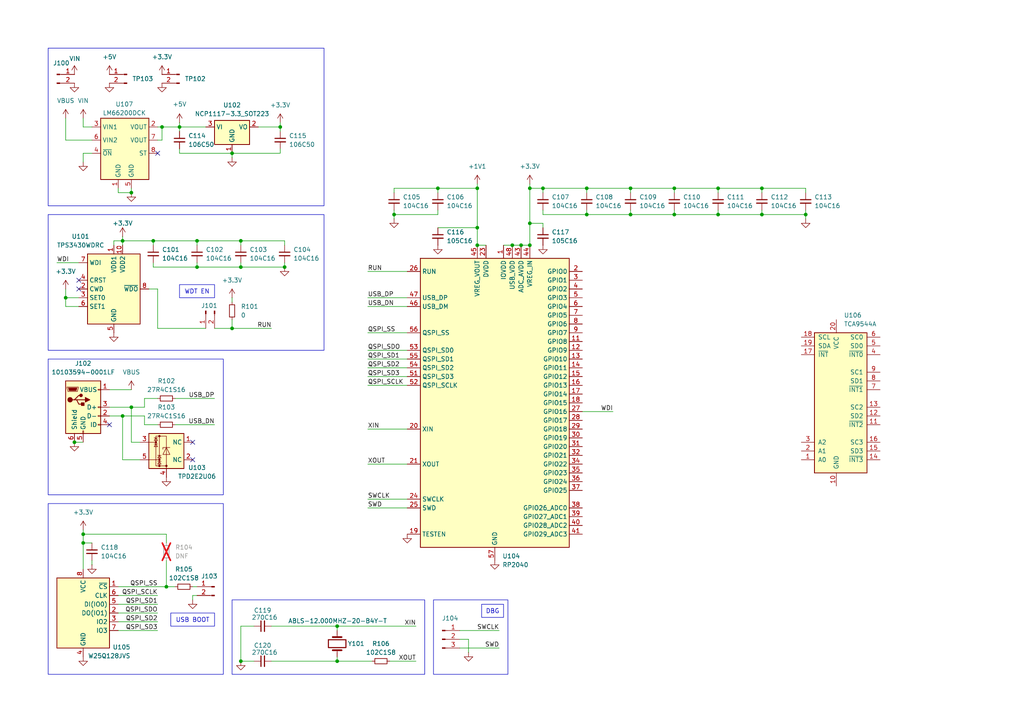
<source format=kicad_sch>
(kicad_sch (version 20231120) (generator "eeschema") (generator_version "8.0")
  (paper "A4")
  (lib_symbols
    (symbol "00_Make:LM66100DCK"
      (property "Reference" "U" (at 2.54 6.096 0))
      (property "Value" "LM66200DCK" (at 2.54 4.064 0))
      (symbol "LM66100DCK_1_1"
        (pin power_in line (at 7.62 -17.78 90) (length 2.54) (name "GND") (number "1"))
        (pin power_out line (at 19.05 0 180) (length 2.54) (name "VOUT") (number "2"))
        (pin power_in line (at 0 0 0) (length 2.54) (name "VIN1") (number "3"))
        (pin passive line (at 0 -7.62 0) (length 2.54) (name "~{ON}") (number "4"))
        (pin power_in line (at 11.43 -17.78 90) (length 2.54) (name "GND") (number "5"))
        (pin power_in line (at 0 -3.81 0) (length 2.54) (name "VIN2") (number "6"))
        (pin power_out line (at 19.05 -3.81 180) (length 2.54) (name "VOUT") (number "7"))
        (pin open_collector line (at 19.05 -7.62 180) (length 2.54) (name "ST") (number "8"))
      )
    )
    (symbol "Connector:Conn_01x02_Pin" (pin_names (offset 1.016) hide)
      (property "Reference" "J" (at 0 2.54 0))
      (property "Value" "Conn_01x02_Pin" (at 0 -5.08 0))
      (symbol "Conn_01x02_Pin_1_1"
        (pin passive line (at 5.08 0 180) (length 3.81) (name "Pin_1") (number "1"))
        (pin passive line (at 5.08 -2.54 180) (length 3.81) (name "Pin_2") (number "2"))
      )
    )
    (symbol "Connector:Conn_01x03_Pin" (pin_names (offset 1.016) hide)
      (property "Reference" "J" (at 0 5.08 0))
      (property "Value" "Conn_01x03_Pin" (at 0 -5.08 0))
      (symbol "Conn_01x03_Pin_1_1"
        (pin passive line (at 5.08 2.54 180) (length 3.81) (name "Pin_1") (number "1"))
        (pin passive line (at 5.08 0 180) (length 3.81) (name "Pin_2") (number "2"))
        (pin passive line (at 5.08 -2.54 180) (length 3.81) (name "Pin_3") (number "3"))
      )
    )
    (symbol "Connector:USB_B_Micro" (pin_names (offset 1.016))
      (property "Reference" "J" (at -5.08 11.43 0))
      (property "Value" "USB_B_Micro" (at -5.08 8.89 0))
      (symbol "USB_B_Micro_1_1"
        (pin power_out line (at 7.62 5.08 180) (length 2.54) (name "VBUS") (number "1"))
        (pin bidirectional line (at 7.62 -2.54 180) (length 2.54) (name "D-") (number "2"))
        (pin bidirectional line (at 7.62 0 180) (length 2.54) (name "D+") (number "3"))
        (pin passive line (at 7.62 -5.08 180) (length 2.54) (name "ID") (number "4"))
        (pin power_out line (at 0 -10.16 90) (length 2.54) (name "GND") (number "5"))
        (pin passive line (at -2.54 -10.16 90) (length 2.54) (name "Shield") (number "6"))
      )
    )
    (symbol "Device:C_Small" (pin_numbers hide) (pin_names (offset 0.254) hide)
      (property "Reference" "C" (at 0.254 1.778 0))
      (property "Value" "C_Small" (at 0.254 -2.032 0))
      (symbol "C_Small_1_1"
        (pin passive line (at 0 2.54 270) (length 2.032) (name "~") (number "1"))
        (pin passive line (at 0 -2.54 90) (length 2.032) (name "~") (number "2"))
      )
    )
    (symbol "Device:Crystal" (pin_numbers hide) (pin_names (offset 1.016) hide)
      (property "Reference" "Y" (at 0 3.81 0))
      (property "Value" "Crystal" (at 0 -3.81 0))
      (symbol "Crystal_1_1"
        (pin passive line (at -3.81 0 0) (length 1.27) (name "1") (number "1"))
        (pin passive line (at 3.81 0 180) (length 1.27) (name "2") (number "2"))
      )
    )
    (symbol "Device:R_Small" (pin_numbers hide) (pin_names (offset 0.254) hide)
      (property "Reference" "R" (at 0.762 0.508 0))
      (property "Value" "R_Small" (at 0.762 -1.016 0))
      (symbol "R_Small_1_1"
        (pin passive line (at 0 2.54 270) (length 0.762) (name "~") (number "1"))
        (pin passive line (at 0 -2.54 90) (length 0.762) (name "~") (number "2"))
      )
    )
    (symbol "Interface_Expansion:TCA9544A" (pin_names (offset 1.016))
      (property "Reference" "U" (at -5.08 20.32 0))
      (property "Value" "TCA9544A" (at 2.54 20.32 0))
      (symbol "TCA9544A_1_1"
        (pin input line (at -10.16 -17.78 0) (length 3.81) (name "A0") (number "1"))
        (pin power_in line (at 0 -25.4 90) (length 3.81) (name "GND") (number "10"))
        (pin input line (at 12.7 -7.62 180) (length 3.81) (name "~{INT2}") (number "11"))
        (pin bidirectional line (at 12.7 -5.08 180) (length 3.81) (name "SD2") (number "12"))
        (pin bidirectional line (at 12.7 -2.54 180) (length 3.81) (name "SC2") (number "13"))
        (pin input line (at 12.7 -17.78 180) (length 3.81) (name "~{INT3}") (number "14"))
        (pin bidirectional line (at 12.7 -15.24 180) (length 3.81) (name "SD3") (number "15"))
        (pin bidirectional line (at 12.7 -12.7 180) (length 3.81) (name "SC3") (number "16"))
        (pin open_collector line (at -10.16 12.7 0) (length 3.81) (name "~{INT}") (number "17"))
        (pin bidirectional line (at -10.16 17.78 0) (length 3.81) (name "SCL") (number "18"))
        (pin bidirectional line (at -10.16 15.24 0) (length 3.81) (name "SDA") (number "19"))
        (pin input line (at -10.16 -15.24 0) (length 3.81) (name "A1") (number "2"))
        (pin power_in line (at 0 22.86 270) (length 3.81) (name "VCC") (number "20"))
        (pin input line (at -10.16 -12.7 0) (length 3.81) (name "A2") (number "3"))
        (pin input line (at 12.7 12.7 180) (length 3.81) (name "~{INT0}") (number "4"))
        (pin bidirectional line (at 12.7 15.24 180) (length 3.81) (name "SD0") (number "5"))
        (pin bidirectional line (at 12.7 17.78 180) (length 3.81) (name "SC0") (number "6"))
        (pin input line (at 12.7 2.54 180) (length 3.81) (name "~{INT1}") (number "7"))
        (pin bidirectional line (at 12.7 5.08 180) (length 3.81) (name "SD1") (number "8"))
        (pin bidirectional line (at 12.7 7.62 180) (length 3.81) (name "SC1") (number "9"))
      )
    )
    (symbol "MCU_RaspberryPi:RP2040"
      (property "Reference" "U" (at 17.78 45.72 0))
      (property "Value" "RP2040" (at 17.78 43.18 0))
      (symbol "RP2040_1_1"
        (pin power_in line (at 2.54 45.72 270) (length 3.81) (name "IOVDD") (number "1"))
        (pin passive line (at 2.54 45.72 270) (length 3.81) hide (name "IOVDD") (number "10"))
        (pin bidirectional line (at 25.4 17.78 180) (length 3.81) (name "GPIO8") (number "11"))
        (pin bidirectional line (at 25.4 15.24 180) (length 3.81) (name "GPIO9") (number "12"))
        (pin bidirectional line (at 25.4 12.7 180) (length 3.81) (name "GPIO10") (number "13"))
        (pin bidirectional line (at 25.4 10.16 180) (length 3.81) (name "GPIO11") (number "14"))
        (pin bidirectional line (at 25.4 7.62 180) (length 3.81) (name "GPIO12") (number "15"))
        (pin bidirectional line (at 25.4 5.08 180) (length 3.81) (name "GPIO13") (number "16"))
        (pin bidirectional line (at 25.4 2.54 180) (length 3.81) (name "GPIO14") (number "17"))
        (pin bidirectional line (at 25.4 0 180) (length 3.81) (name "GPIO15") (number "18"))
        (pin input line (at -25.4 -38.1 0) (length 3.81) (name "TESTEN") (number "19"))
        (pin bidirectional line (at 25.4 38.1 180) (length 3.81) (name "GPIO0") (number "2"))
        (pin input line (at -25.4 -7.62 0) (length 3.81) (name "XIN") (number "20"))
        (pin passive line (at -25.4 -17.78 0) (length 3.81) (name "XOUT") (number "21"))
        (pin passive line (at 2.54 45.72 270) (length 3.81) hide (name "IOVDD") (number "22"))
        (pin power_in line (at -2.54 45.72 270) (length 3.81) (name "DVDD") (number "23"))
        (pin input line (at -25.4 -27.94 0) (length 3.81) (name "SWCLK") (number "24"))
        (pin bidirectional line (at -25.4 -30.48 0) (length 3.81) (name "SWD") (number "25"))
        (pin input line (at -25.4 38.1 0) (length 3.81) (name "RUN") (number "26"))
        (pin bidirectional line (at 25.4 -2.54 180) (length 3.81) (name "GPIO16") (number "27"))
        (pin bidirectional line (at 25.4 -5.08 180) (length 3.81) (name "GPIO17") (number "28"))
        (pin bidirectional line (at 25.4 -7.62 180) (length 3.81) (name "GPIO18") (number "29"))
        (pin bidirectional line (at 25.4 35.56 180) (length 3.81) (name "GPIO1") (number "3"))
        (pin bidirectional line (at 25.4 -10.16 180) (length 3.81) (name "GPIO19") (number "30"))
        (pin bidirectional line (at 25.4 -12.7 180) (length 3.81) (name "GPIO20") (number "31"))
        (pin bidirectional line (at 25.4 -15.24 180) (length 3.81) (name "GPIO21") (number "32"))
        (pin passive line (at 2.54 45.72 270) (length 3.81) hide (name "IOVDD") (number "33"))
        (pin bidirectional line (at 25.4 -17.78 180) (length 3.81) (name "GPIO22") (number "34"))
        (pin bidirectional line (at 25.4 -20.32 180) (length 3.81) (name "GPIO23") (number "35"))
        (pin bidirectional line (at 25.4 -22.86 180) (length 3.81) (name "GPIO24") (number "36"))
        (pin bidirectional line (at 25.4 -25.4 180) (length 3.81) (name "GPIO25") (number "37"))
        (pin bidirectional line (at 25.4 -30.48 180) (length 3.81) (name "GPIO26_ADC0") (number "38"))
        (pin bidirectional line (at 25.4 -33.02 180) (length 3.81) (name "GPIO27_ADC1") (number "39"))
        (pin bidirectional line (at 25.4 33.02 180) (length 3.81) (name "GPIO2") (number "4"))
        (pin bidirectional line (at 25.4 -35.56 180) (length 3.81) (name "GPIO28_ADC2") (number "40"))
        (pin bidirectional line (at 25.4 -38.1 180) (length 3.81) (name "GPIO29_ADC3") (number "41"))
        (pin passive line (at 2.54 45.72 270) (length 3.81) hide (name "IOVDD") (number "42"))
        (pin power_in line (at 7.62 45.72 270) (length 3.81) (name "ADC_AVDD") (number "43"))
        (pin power_in line (at 10.16 45.72 270) (length 3.81) (name "VREG_IN") (number "44"))
        (pin power_out line (at -5.08 45.72 270) (length 3.81) (name "VREG_VOUT") (number "45"))
        (pin bidirectional line (at -25.4 27.94 0) (length 3.81) (name "USB_DM") (number "46"))
        (pin bidirectional line (at -25.4 30.48 0) (length 3.81) (name "USB_DP") (number "47"))
        (pin power_in line (at 5.08 45.72 270) (length 3.81) (name "USB_VDD") (number "48"))
        (pin passive line (at 2.54 45.72 270) (length 3.81) hide (name "IOVDD") (number "49"))
        (pin bidirectional line (at 25.4 30.48 180) (length 3.81) (name "GPIO3") (number "5"))
        (pin passive line (at -2.54 45.72 270) (length 3.81) hide (name "DVDD") (number "50"))
        (pin bidirectional line (at -25.4 7.62 0) (length 3.81) (name "QSPI_SD3") (number "51"))
        (pin output line (at -25.4 5.08 0) (length 3.81) (name "QSPI_SCLK") (number "52"))
        (pin bidirectional line (at -25.4 15.24 0) (length 3.81) (name "QSPI_SD0") (number "53"))
        (pin bidirectional line (at -25.4 10.16 0) (length 3.81) (name "QSPI_SD2") (number "54"))
        (pin bidirectional line (at -25.4 12.7 0) (length 3.81) (name "QSPI_SD1") (number "55"))
        (pin bidirectional line (at -25.4 20.32 0) (length 3.81) (name "QSPI_SS") (number "56"))
        (pin power_in line (at 0 -45.72 90) (length 3.81) (name "GND") (number "57"))
        (pin bidirectional line (at 25.4 27.94 180) (length 3.81) (name "GPIO4") (number "6"))
        (pin bidirectional line (at 25.4 25.4 180) (length 3.81) (name "GPIO5") (number "7"))
        (pin bidirectional line (at 25.4 22.86 180) (length 3.81) (name "GPIO6") (number "8"))
        (pin bidirectional line (at 25.4 20.32 180) (length 3.81) (name "GPIO7") (number "9"))
      )
    )
    (symbol "Memory_Flash:W25Q128JVS"
      (property "Reference" "U" (at -6.35 11.43 0))
      (property "Value" "W25Q128JVS" (at 7.62 11.43 0))
      (symbol "W25Q128JVS_1_1"
        (pin input line (at -10.16 7.62 0) (length 2.54) (name "~{CS}") (number "1"))
        (pin bidirectional line (at -10.16 0 0) (length 2.54) (name "DO(IO1)") (number "2"))
        (pin bidirectional line (at -10.16 -2.54 0) (length 2.54) (name "IO2") (number "3"))
        (pin power_in line (at 0 -12.7 90) (length 2.54) (name "GND") (number "4"))
        (pin bidirectional line (at -10.16 2.54 0) (length 2.54) (name "DI(IO0)") (number "5"))
        (pin input line (at -10.16 5.08 0) (length 2.54) (name "CLK") (number "6"))
        (pin bidirectional line (at -10.16 -5.08 0) (length 2.54) (name "IO3") (number "7"))
        (pin power_in line (at 0 12.7 270) (length 2.54) (name "VCC") (number "8"))
      )
    )
    (symbol "Power_Protection:TPD2E2U06"
      (property "Reference" "U" (at -3.81 6.35 0))
      (property "Value" "TPD2E2U06" (at 6.35 -6.35 0))
      (symbol "TPD2E2U06_1_1"
        (pin passive line (at 7.62 2.54 180) (length 2.54) (name "NC") (number "1"))
        (pin passive line (at 7.62 -2.54 180) (length 2.54) (name "NC") (number "2"))
        (pin passive line (at -7.62 2.54 0) (length 2.54) (name "~") (number "3"))
        (pin passive line (at 0 -7.62 90) (length 2.54) (name "~") (number "4"))
        (pin passive line (at -7.62 -2.54 0) (length 2.54) (name "~") (number "5"))
      )
    )
    (symbol "Power_Supervisor:TPS3430WDRC"
      (property "Reference" "U" (at 4.064 -11.43 0))
      (property "Value" "TPS3430WDRC" (at 11.176 -13.462 0))
      (symbol "TPS3430WDRC_1_0"
        (pin power_in line (at 2.54 12.7 270) (length 2.54) (name "VDD2") (number "10"))
        (pin passive line (at 0 -12.7 90) (length 2.54) hide (name "GND") (number "11"))
      )
      (symbol "TPS3430WDRC_1_1"
        (pin power_in line (at 0 12.7 270) (length 2.54) (name "VDD1") (number "1"))
        (pin passive line (at -10.16 0 0) (length 2.54) (name "CWD") (number "2"))
        (pin input line (at -10.16 -2.54 0) (length 2.54) (name "SET0") (number "3"))
        (pin passive line (at -10.16 2.54 0) (length 2.54) (name "CRST") (number "4"))
        (pin power_in line (at 0 -12.7 90) (length 2.54) (name "GND") (number "5"))
        (pin input line (at -10.16 -5.08 0) (length 2.54) (name "SET1") (number "6"))
        (pin input line (at -10.16 7.62 0) (length 2.54) (name "WDI") (number "7"))
        (pin open_collector line (at 10.16 0 180) (length 2.54) (name "~{WDO}") (number "8"))
        (pin no_connect line (at -7.62 -7.62 0) (length 2.54) hide (name "NC") (number "9"))
      )
    )
    (symbol "Regulator_Linear:NCP1117-3.3_SOT223"
      (property "Reference" "U" (at -3.81 3.175 0))
      (property "Value" "NCP1117-3.3_SOT223" (at 0 3.175 0))
      (symbol "NCP1117-3.3_SOT223_1_1"
        (pin power_in line (at 0 -7.62 90) (length 2.54) (name "GND") (number "1"))
        (pin power_out line (at 7.62 0 180) (length 2.54) (name "VO") (number "2"))
        (pin power_in line (at -7.62 0 0) (length 2.54) (name "VI") (number "3"))
      )
    )
    (symbol "power:+1V1" (power) (pin_numbers hide) (pin_names (offset 0) hide)
      (property "Value" "+1V1" (at 0 3.556 0))
      (symbol "+1V1_1_1"
        (pin power_in line (at 0 0 90) (length 0) (name "~") (number "1"))
      )
    )
    (symbol "power:+3.3V" (power) (pin_numbers hide) (pin_names (offset 0) hide)
      (property "Value" "+3.3V" (at 0 3.556 0))
      (symbol "+3.3V_1_1"
        (pin power_in line (at 0 0 90) (length 0) (name "~") (number "1"))
      )
    )
    (symbol "power:GND" (power) (pin_numbers hide) (pin_names (offset 0) hide)
      (property "Value" "GND" (at 0 -3.81 0))
      (symbol "GND_1_1"
        (pin power_in line (at 0 0 270) (length 0) (name "~") (number "1"))
      )
    )
    (symbol "power:VBUS" (power) (pin_numbers hide) (pin_names (offset 0) hide)
      (property "Value" "VBUS" (at 0 3.556 0))
      (symbol "VBUS_1_1"
        (pin power_in line (at 0 0 90) (length 0) (name "~") (number "1"))
      )
    )
  )
  (junction (at 195.58 62.23))
  (junction (at 138.43 71.12))
  (junction (at 44.45 69.85))
  (junction (at 182.88 62.23))
  (junction (at 151.13 71.12))
  (junction (at 21.59 128.27))
  (junction (at 57.15 69.85))
  (junction (at 138.43 54.61))
  (junction (at 35.56 120.65))
  (junction (at 52.07 36.83))
  (junction (at 170.18 62.23))
  (junction (at 182.88 54.61))
  (junction (at 81.28 36.83))
  (junction (at 208.28 62.23))
  (junction (at 24.13 157.48))
  (junction (at 48.26 170.18))
  (junction (at 220.98 54.61))
  (junction (at 67.31 44.45))
  (junction (at 157.48 54.61))
  (junction (at 153.67 71.12))
  (junction (at 57.15 77.47))
  (junction (at 97.79 181.61))
  (junction (at 67.31 95.25))
  (junction (at 208.28 54.61))
  (junction (at 38.1 55.88))
  (junction (at 24.13 154.94))
  (junction (at 153.67 54.61))
  (junction (at 35.56 69.85))
  (junction (at 148.59 71.12))
  (junction (at 82.55 77.47))
  (junction (at 69.85 69.85))
  (junction (at 195.58 54.61))
  (junction (at 170.18 54.61))
  (junction (at 19.05 86.36))
  (junction (at 233.68 62.23))
  (junction (at 138.43 66.04))
  (junction (at 114.3 62.23))
  (junction (at 127 54.61))
  (junction (at 153.67 64.77))
  (junction (at 220.98 62.23))
  (junction (at 97.79 191.77))
  (junction (at 69.85 77.47))
  (junction (at 69.85 191.77))
  (junction (at 46.99 36.83))
  (junction (at 38.1 118.11))
  (no_connect (at 22.86 83.82))
  (no_connect (at 22.86 81.28))
  (no_connect (at 55.88 133.35))
  (no_connect (at 55.88 128.27))
  (no_connect (at 45.72 44.45))
  (no_connect (at 31.75 123.19))
  (wire (pts (xy 157.48 54.61) (xy 170.18 54.61)))
  (wire (pts (xy 46.99 36.83) (xy 46.99 40.64)))
  (wire (pts (xy 52.07 36.83) (xy 59.69 36.83)))
  (wire (pts (xy 38.1 118.11) (xy 38.1 128.27)))
  (wire (pts (xy 153.67 71.12) (xy 151.13 71.12)))
  (wire (pts (xy 106.68 88.9) (xy 118.11 88.9)))
  (wire (pts (xy 127 54.61) (xy 127 55.88)))
  (wire (pts (xy 38.1 118.11) (xy 41.91 118.11)))
  (wire (pts (xy 138.43 54.61) (xy 138.43 66.04)))
  (wire (pts (xy 38.1 55.88) (xy 38.1 54.61)))
  (wire (pts (xy 67.31 45.72) (xy 67.31 44.45)))
  (wire (pts (xy 24.13 128.27) (xy 21.59 128.27)))
  (wire (pts (xy 220.98 62.23) (xy 220.98 60.96)))
  (wire (pts (xy 195.58 54.61) (xy 195.58 55.88)))
  (wire (pts (xy 24.13 44.45) (xy 26.67 44.45)))
  (wire (pts (xy 78.74 181.61) (xy 97.79 181.61)))
  (wire (pts (xy 220.98 54.61) (xy 233.68 54.61)))
  (wire (pts (xy 26.67 40.64) (xy 19.05 40.64)))
  (wire (pts (xy 82.55 77.47) (xy 82.55 76.2)))
  (wire (pts (xy 153.67 54.61) (xy 153.67 64.77)))
  (wire (pts (xy 157.48 62.23) (xy 157.48 60.96)))
  (wire (pts (xy 67.31 92.71) (xy 67.31 95.25)))
  (wire (pts (xy 24.13 154.94) (xy 24.13 157.48)))
  (wire (pts (xy 44.45 77.47) (xy 44.45 76.2)))
  (wire (pts (xy 106.68 101.6) (xy 118.11 101.6)))
  (wire (pts (xy 41.91 120.65) (xy 41.91 123.19)))
  (wire (pts (xy 50.8 123.19) (xy 62.23 123.19)))
  (wire (pts (xy 45.72 182.88) (xy 34.29 182.88)))
  (wire (pts (xy 208.28 62.23) (xy 220.98 62.23)))
  (wire (pts (xy 114.3 60.96) (xy 114.3 62.23)))
  (wire (pts (xy 19.05 83.82) (xy 19.05 86.36)))
  (wire (pts (xy 138.43 71.12) (xy 140.97 71.12)))
  (wire (pts (xy 97.79 181.61) (xy 120.65 181.61)))
  (wire (pts (xy 45.72 95.25) (xy 59.69 95.25)))
  (wire (pts (xy 35.56 120.65) (xy 41.91 120.65)))
  (wire (pts (xy 44.45 69.85) (xy 44.45 71.12)))
  (wire (pts (xy 153.67 64.77) (xy 157.48 64.77)))
  (wire (pts (xy 182.88 62.23) (xy 195.58 62.23)))
  (wire (pts (xy 24.13 157.48) (xy 26.67 157.48)))
  (wire (pts (xy 114.3 63.5) (xy 114.3 62.23)))
  (wire (pts (xy 114.3 54.61) (xy 127 54.61)))
  (wire (pts (xy 62.23 95.25) (xy 67.31 95.25)))
  (wire (pts (xy 220.98 62.23) (xy 233.68 62.23)))
  (wire (pts (xy 22.86 88.9) (xy 19.05 88.9)))
  (wire (pts (xy 48.26 154.94) (xy 48.26 157.48)))
  (wire (pts (xy 52.07 35.56) (xy 52.07 36.83)))
  (wire (pts (xy 34.29 175.26) (xy 45.72 175.26)))
  (wire (pts (xy 57.15 170.18) (xy 55.88 170.18)))
  (wire (pts (xy 22.86 76.2) (xy 16.51 76.2)))
  (wire (pts (xy 153.67 64.77) (xy 153.67 71.12)))
  (wire (pts (xy 35.56 133.35) (xy 40.64 133.35)))
  (wire (pts (xy 114.3 54.61) (xy 114.3 55.88)))
  (wire (pts (xy 220.98 54.61) (xy 220.98 55.88)))
  (wire (pts (xy 157.48 64.77) (xy 157.48 66.04)))
  (wire (pts (xy 127 62.23) (xy 127 60.96)))
  (wire (pts (xy 138.43 66.04) (xy 138.43 71.12)))
  (wire (pts (xy 67.31 44.45) (xy 81.28 44.45)))
  (wire (pts (xy 97.79 191.77) (xy 97.79 190.5)))
  (wire (pts (xy 55.88 172.72) (xy 57.15 172.72)))
  (wire (pts (xy 34.29 55.88) (xy 34.29 54.61)))
  (wire (pts (xy 106.68 111.76) (xy 118.11 111.76)))
  (wire (pts (xy 24.13 44.45) (xy 24.13 46.99)))
  (wire (pts (xy 26.67 163.83) (xy 26.67 162.56)))
  (wire (pts (xy 106.68 86.36) (xy 118.11 86.36)))
  (wire (pts (xy 81.28 36.83) (xy 81.28 35.56)))
  (wire (pts (xy 97.79 191.77) (xy 107.95 191.77)))
  (wire (pts (xy 44.45 69.85) (xy 57.15 69.85)))
  (wire (pts (xy 31.75 118.11) (xy 38.1 118.11)))
  (wire (pts (xy 19.05 40.64) (xy 19.05 34.29)))
  (wire (pts (xy 69.85 191.77) (xy 69.85 181.61)))
  (wire (pts (xy 106.68 104.14) (xy 118.11 104.14)))
  (wire (pts (xy 57.15 77.47) (xy 69.85 77.47)))
  (wire (pts (xy 138.43 53.34) (xy 138.43 54.61)))
  (wire (pts (xy 106.68 106.68) (xy 118.11 106.68)))
  (wire (pts (xy 73.66 191.77) (xy 69.85 191.77)))
  (wire (pts (xy 52.07 44.45) (xy 67.31 44.45)))
  (wire (pts (xy 45.72 123.19) (xy 41.91 123.19)))
  (wire (pts (xy 170.18 54.61) (xy 182.88 54.61)))
  (wire (pts (xy 78.74 191.77) (xy 97.79 191.77)))
  (wire (pts (xy 52.07 36.83) (xy 52.07 38.1)))
  (wire (pts (xy 195.58 54.61) (xy 208.28 54.61)))
  (wire (pts (xy 153.67 53.34) (xy 153.67 54.61)))
  (wire (pts (xy 78.74 95.25) (xy 67.31 95.25)))
  (wire (pts (xy 233.68 54.61) (xy 233.68 55.88)))
  (wire (pts (xy 35.56 69.85) (xy 33.02 69.85)))
  (wire (pts (xy 35.56 120.65) (xy 35.56 133.35)))
  (wire (pts (xy 208.28 54.61) (xy 220.98 54.61)))
  (wire (pts (xy 24.13 36.83) (xy 26.67 36.83)))
  (wire (pts (xy 45.72 95.25) (xy 45.72 83.82)))
  (wire (pts (xy 106.68 134.62) (xy 118.11 134.62)))
  (wire (pts (xy 208.28 54.61) (xy 208.28 55.88)))
  (wire (pts (xy 57.15 69.85) (xy 69.85 69.85)))
  (wire (pts (xy 67.31 86.36) (xy 67.31 87.63)))
  (wire (pts (xy 34.29 170.18) (xy 48.26 170.18)))
  (wire (pts (xy 38.1 128.27) (xy 40.64 128.27)))
  (wire (pts (xy 35.56 68.58) (xy 35.56 69.85)))
  (wire (pts (xy 19.05 86.36) (xy 22.86 86.36)))
  (wire (pts (xy 133.35 185.42) (xy 135.89 185.42)))
  (wire (pts (xy 24.13 157.48) (xy 24.13 165.1)))
  (wire (pts (xy 233.68 62.23) (xy 233.68 60.96)))
  (wire (pts (xy 81.28 36.83) (xy 81.28 38.1)))
  (wire (pts (xy 81.28 44.45) (xy 81.28 43.18)))
  (wire (pts (xy 24.13 34.29) (xy 24.13 36.83)))
  (wire (pts (xy 113.03 191.77) (xy 120.65 191.77)))
  (wire (pts (xy 69.85 181.61) (xy 73.66 181.61)))
  (wire (pts (xy 195.58 62.23) (xy 208.28 62.23)))
  (wire (pts (xy 38.1 113.03) (xy 31.75 113.03)))
  (wire (pts (xy 69.85 77.47) (xy 82.55 77.47)))
  (wire (pts (xy 233.68 63.5) (xy 233.68 62.23)))
  (wire (pts (xy 127 54.61) (xy 138.43 54.61)))
  (wire (pts (xy 182.88 62.23) (xy 182.88 60.96)))
  (wire (pts (xy 106.68 124.46) (xy 118.11 124.46)))
  (wire (pts (xy 157.48 54.61) (xy 157.48 55.88)))
  (wire (pts (xy 55.88 172.72) (xy 55.88 173.99)))
  (wire (pts (xy 19.05 88.9) (xy 19.05 86.36)))
  (wire (pts (xy 135.89 185.42) (xy 135.89 189.23)))
  (wire (pts (xy 106.68 109.22) (xy 118.11 109.22)))
  (wire (pts (xy 208.28 62.23) (xy 208.28 60.96)))
  (wire (pts (xy 170.18 62.23) (xy 182.88 62.23)))
  (wire (pts (xy 114.3 62.23) (xy 127 62.23)))
  (wire (pts (xy 46.99 36.83) (xy 52.07 36.83)))
  (wire (pts (xy 35.56 69.85) (xy 35.56 71.12)))
  (wire (pts (xy 44.45 77.47) (xy 57.15 77.47)))
  (wire (pts (xy 33.02 69.85) (xy 33.02 71.12)))
  (wire (pts (xy 57.15 77.47) (xy 57.15 76.2)))
  (wire (pts (xy 31.75 120.65) (xy 35.56 120.65)))
  (wire (pts (xy 45.72 36.83) (xy 46.99 36.83)))
  (wire (pts (xy 48.26 170.18) (xy 48.26 162.56)))
  (wire (pts (xy 127 66.04) (xy 138.43 66.04)))
  (wire (pts (xy 182.88 54.61) (xy 182.88 55.88)))
  (wire (pts (xy 148.59 71.12) (xy 146.05 71.12)))
  (wire (pts (xy 81.28 36.83) (xy 74.93 36.83)))
  (wire (pts (xy 170.18 62.23) (xy 170.18 60.96)))
  (wire (pts (xy 97.79 182.88) (xy 97.79 181.61)))
  (wire (pts (xy 182.88 54.61) (xy 195.58 54.61)))
  (wire (pts (xy 45.72 177.8) (xy 34.29 177.8)))
  (wire (pts (xy 144.78 182.88) (xy 133.35 182.88)))
  (wire (pts (xy 24.13 154.94) (xy 48.26 154.94)))
  (wire (pts (xy 168.91 119.38) (xy 177.8 119.38)))
  (wire (pts (xy 106.68 147.32) (xy 118.11 147.32)))
  (wire (pts (xy 106.68 78.74) (xy 118.11 78.74)))
  (wire (pts (xy 151.13 71.12) (xy 148.59 71.12)))
  (wire (pts (xy 153.67 54.61) (xy 157.48 54.61)))
  (wire (pts (xy 69.85 77.47) (xy 69.85 76.2)))
  (wire (pts (xy 41.91 115.57) (xy 45.72 115.57)))
  (wire (pts (xy 144.78 187.96) (xy 133.35 187.96)))
  (wire (pts (xy 157.48 62.23) (xy 170.18 62.23)))
  (wire (pts (xy 35.56 69.85) (xy 44.45 69.85)))
  (wire (pts (xy 52.07 44.45) (xy 52.07 43.18)))
  (wire (pts (xy 170.18 54.61) (xy 170.18 55.88)))
  (wire (pts (xy 45.72 172.72) (xy 34.29 172.72)))
  (wire (pts (xy 82.55 69.85) (xy 82.55 71.12)))
  (wire (pts (xy 195.58 62.23) (xy 195.58 60.96)))
  (wire (pts (xy 45.72 180.34) (xy 34.29 180.34)))
  (wire (pts (xy 50.8 115.57) (xy 62.23 115.57)))
  (wire (pts (xy 45.72 83.82) (xy 43.18 83.82)))
  (wire (pts (xy 34.29 55.88) (xy 38.1 55.88)))
  (wire (pts (xy 69.85 69.85) (xy 69.85 71.12)))
  (wire (pts (xy 69.85 69.85) (xy 82.55 69.85)))
  (wire (pts (xy 106.68 144.78) (xy 118.11 144.78)))
  (wire (pts (xy 57.15 69.85) (xy 57.15 71.12)))
  (wire (pts (xy 24.13 153.67) (xy 24.13 154.94)))
  (wire (pts (xy 46.99 40.64) (xy 45.72 40.64)))
  (wire (pts (xy 48.26 170.18) (xy 50.8 170.18)))
  (wire (pts (xy 106.68 96.52) (xy 118.11 96.52)))
  (wire (pts (xy 41.91 115.57) (xy 41.91 118.11)))
  (rectangle (start 125.73 173.99) (end 147.32 195.58))
  (rectangle (start 13.97 104.14) (end 64.77 143.51))
  (rectangle (start 67.31 173.99) (end 123.19 195.58))
  (rectangle (start 13.97 146.05) (end 64.77 195.58))
  (rectangle (start 13.97 13.97) (end 93.98 59.69))
  (rectangle (start 13.97 62.23) (end 93.98 101.6))
  (text_box "USB BOOT" (at 49.53 177.8 0) (size 12.7 3.81) (effects (font (size 1.27 1.27))))
  (text_box "DBG" (at 139.7 175.26 0) (size 6.35 3.81) (effects (font (size 1.27 1.27))))
  (text_box "WDT EN" (at 52.07 82.55 0) (size 10.16 3.81) (effects (font (size 1.27 1.27))))
  (label "USB_DN" (at 62.23 123.19 180))
  (label "WDI" (at 177.8 119.38 180))
  (label "QSPI_SD1" (at 106.68 104.14 0))
  (label "USB_DP" (at 62.23 115.57 180))
  (label "RUN" (at 106.68 78.74 0))
  (label "XIN" (at 106.68 124.46 0))
  (label "USB_DP" (at 106.68 86.36 0))
  (label "USB_DN" (at 106.68 88.9 0))
  (label "QSPI_SD2" (at 106.68 106.68 0))
  (label "QSPI_SD2" (at 45.72 180.34 180))
  (label "QSPI_SD3" (at 45.72 182.88 180))
  (label "QSPI_SDO" (at 106.68 101.6 0))
  (label "QSPI_SCLK" (at 106.68 111.76 0))
  (label "QSPI_SS" (at 45.72 170.18 180))
  (label "QSPI_SDO" (at 45.72 177.8 180))
  (label "SWCLK" (at 106.68 144.78 0))
  (label "XIN" (at 120.65 181.61 180))
  (label "SWD" (at 144.78 187.96 180))
  (label "SWCLK" (at 144.78 182.88 180))
  (label "WDI" (at 16.51 76.2 0))
  (label "QSPI_SD1" (at 45.72 175.26 180))
  (label "QSPI_SS" (at 106.68 96.52 0))
  (label "QSPI_SD3" (at 106.68 109.22 0))
  (label "XOUT" (at 106.68 134.62 0))
  (label "QSPI_SCLK" (at 45.72 172.72 180))
  (label "SWD" (at 106.68 147.32 0))
  (label "XOUT" (at 120.65 191.77 180))
  (label "RUN" (at 78.74 95.25 180))
  (symbol (lib_id "power:GND") (at 114.3 63.5 0) (unit 1)
    (property "Reference" "#PWR0112" (effects (hide yes)))
    (property "Value" "GND" (effects (hide yes)))
    (property "Description" "Power symbol creates a global label with name \"GND\" , ground" (effects (hide yes)))
  )
  (symbol (lib_id "power:VBUS") (at 38.1 113.03 0) (unit 1)
    (property "Reference" "#PWR0117" (effects (hide yes)))
    (property "Value" "VBUS" (at 38.1 107.95 0))
    (property "Description" "Power symbol creates a global label with name \"VBUS\"" (effects (hide yes)))
  )
  (symbol (lib_id "Interface_Expansion:TCA9544A") (at 242.57 115.57 0) (unit 1)
    (property "Reference" "U106" (at 244.7641 91.44 0) (effects (justify left)))
    (property "Value" "TCA9544A" (at 244.7641 93.98 0) (effects (justify left)))
    (property "Footprint" "Package_SO:TSSOP-20_4.4x6.5mm_P0.65mm" (effects (hide yes)))
    (property "Datasheet" "http://www.ti.com/lit/ds/symlink/tca9544a.pdf" (effects (hide yes)))
    (property "Description" "I2C Hub, 4 Channels, Interrupts, TSSOP-20" (effects (hide yes)))
  )
  (symbol (lib_id "power:+3.3V") (at 67.31 86.36 0) (unit 1)
    (property "Reference" "#PWR0104" (effects (hide yes)))
    (property "Value" "+3.3V" (at 67.31 81.28 0))
    (property "Description" "Power symbol creates a global label with name \"+3.3V\"" (effects (hide yes)))
  )
  (symbol (lib_id "power:VBUS") (at 19.05 34.29 0) (unit 1)
    (property "Reference" "#PWR0130" (effects (hide yes)))
    (property "Value" "VBUS" (at 19.05 29.21 0))
    (property "Description" "Power symbol creates a global label with name \"VBUS\"" (effects (hide yes)))
  )
  (symbol (lib_id "power:+3.3V") (at 35.56 68.58 0) (unit 1)
    (property "Reference" "#PWR0101" (effects (hide yes)))
    (property "Value" "+3.3V" (at 35.56 64.77 0))
    (property "Description" "Power symbol creates a global label with name \"+3.3V\"" (effects (hide yes)))
  )
  (symbol (lib_id "power:GND") (at 143.51 162.56 0) (unit 1)
    (property "Reference" "#PWR0125" (effects (hide yes)))
    (property "Value" "GND" (effects (hide yes)))
    (property "Description" "Power symbol creates a global label with name \"GND\" , ground" (effects (hide yes)))
  )
  (symbol (lib_id "power:GND") (at 233.68 63.5 0) (unit 1)
    (property "Reference" "#PWR0113" (effects (hide yes)))
    (property "Value" "GND" (effects (hide yes)))
    (property "Description" "Power symbol creates a global label with name \"GND\" , ground" (effects (hide yes)))
  )
  (symbol (lib_id "Device:C_Small") (at 233.68 58.42 0) (unit 1)
    (property "Reference" "C113" (at 236.22 57.1562 0) (effects (justify left)))
    (property "Value" "104C16" (at 236.22 59.6962 0) (effects (justify left)))
    (property "Footprint" "Capacitor_SMD:C_0201_0603Metric" (effects (hide yes)))
    (property "Description" "Unpolarized capacitor, small symbol" (effects (hide yes)))
    (property "MPN/Seeed SKU" "GRM033C81C104KE14D" (effects (hide yes)))
  )
  (symbol (lib_id "Device:C_Small") (at 52.07 40.64 0) (unit 1)
    (property "Reference" "C114" (at 54.61 39.3762 0) (effects (justify left)))
    (property "Value" "106C50" (at 54.61 41.9162 0) (effects (justify left)))
    (property "Footprint" "Capacitor_SMD:C_0603_1608Metric" (effects (hide yes)))
    (property "Description" "Unpolarized capacitor, small symbol" (effects (hide yes)))
    (property "MPN/Seeed SKU" "GRT188R61H105KE13D" (effects (hide yes)))
  )
  (symbol (lib_id "Power_Supervisor:TPS3430WDRC") (at 33.02 83.82 0) (unit 1)
    (property "Reference" "U101" (at 23.368 68.58 0))
    (property "Value" "TPS3430WDRC" (at 23.368 71.12 0))
    (property "Footprint" "Package_SON:VSON-10-1EP_3x3mm_P0.5mm_EP1.65x2.4mm" (effects (hide yes)))
    (property "Datasheet" "https://www.ti.com/lit/gpn/TPS3430" (effects (hide yes)))
    (property "Description" "Window watchdog timer with programmable reset delay" (effects (hide yes)))
  )
  (symbol (lib_id "Device:R_Small") (at 53.34 170.18 270) (unit 1)
    (property "Reference" "R105" (at 53.34 165.1 90))
    (property "Value" "102C1S8" (at 53.34 167.64 90))
    (property "Footprint" "Resistor_SMD:R_0603_1608Metric" (effects (hide yes)))
    (property "Description" "Resistor, small symbol" (effects (hide yes)))
    (property "MPN/Seeed SKU" "RK73B1JTTD102J" (effects (hide yes)))
  )
  (symbol (lib_id "Connector:Conn_01x02_Pin") (at 16.51 21.59 0) (unit 1)
    (property "Reference" "J100" (at 17.78 18.288 0))
    (property "Value" "Conn_01x02_Pin" (effects (hide yes)))
    (property "Footprint" "Connector_PinHeader_2.54mm:PinHeader_1x02_P2.54mm_Vertical" (effects (hide yes)))
    (property "Description" "Generic connector, single row, 01x02, script generated" (effects (hide yes)))
  )
  (symbol (lib_id "Device:R_Small") (at 48.26 123.19 90) (unit 1)
    (property "Reference" "R103" (at 48.26 118.11 90))
    (property "Value" "27R4C1S16" (at 48.26 120.65 90))
    (property "Footprint" "Resistor_SMD:R_0402_1005Metric" (effects (hide yes)))
    (property "Description" "Resistor, small symbol" (effects (hide yes)))
    (property "MPN/Seeed SKU" "RC0402FR-0727R4L" (effects (hide yes)))
  )
  (symbol (lib_id "power:GND") (at 33.02 96.52 0) (unit 1)
    (property "Reference" "#PWR0105" (effects (hide yes)))
    (property "Value" "GND" (effects (hide yes)))
    (property "Description" "Power symbol creates a global label with name \"GND\" , ground" (effects (hide yes)))
  )
  (symbol (lib_id "power:GND") (at 46.99 24.13 0) (unit 1)
    (property "Reference" "#PWR0136" (effects (hide yes)))
    (property "Value" "GND" (effects (hide yes)))
    (property "Description" "Power symbol creates a global label with name \"GND\" , ground" (effects (hide yes)))
  )
  (symbol (lib_id "Device:C_Small") (at 220.98 58.42 0) (unit 1)
    (property "Reference" "C112" (at 223.52 57.1562 0) (effects (justify left)))
    (property "Value" "104C16" (at 223.52 59.6962 0) (effects (justify left)))
    (property "Footprint" "Capacitor_SMD:C_0201_0603Metric" (effects (hide yes)))
    (property "Description" "Unpolarized capacitor, small symbol" (effects (hide yes)))
    (property "MPN/Seeed SKU" "GRM033C81C104KE14D" (effects (hide yes)))
  )
  (symbol (lib_id "power:+3.3V") (at 31.75 21.59 0) (unit 1)
    (property "Reference" "#PWR0137" (effects (hide yes)))
    (property "Value" "+5V" (at 31.75 16.51 0))
    (property "Description" "Power symbol creates a global label with name \"+3.3V\"" (effects (hide yes)))
  )
  (symbol (lib_id "Device:C_Small") (at 127 68.58 0) (unit 1)
    (property "Reference" "C116" (at 129.54 67.3162 0) (effects (justify left)))
    (property "Value" "105C16" (at 129.54 69.8562 0) (effects (justify left)))
    (property "Footprint" "Capacitor_SMD:C_0201_0603Metric" (effects (hide yes)))
    (property "Description" "Unpolarized capacitor, small symbol" (effects (hide yes)))
    (property "MPN/Seeed SKU" "GRM033R61C105ME15D" (effects (hide yes)))
  )
  (symbol (lib_id "power:GND") (at 38.1 55.88 0) (mirror y) (unit 1)
    (property "Reference" "#PWR0132" (effects (hide yes)))
    (property "Value" "GND" (effects (hide yes)))
    (property "Description" "Power symbol creates a global label with name \"GND\" , ground" (effects (hide yes)))
  )
  (symbol (lib_id "power:GND") (at 157.48 71.12 0) (unit 1)
    (property "Reference" "#PWR0116" (effects (hide yes)))
    (property "Value" "GND" (effects (hide yes)))
    (property "Description" "Power symbol creates a global label with name \"GND\" , ground" (effects (hide yes)))
  )
  (symbol (lib_id "Connector:Conn_01x02_Pin") (at 62.23 170.18 0) (mirror y) (unit 1)
    (property "Reference" "J103" (at 60.706 167.132 0))
    (property "Value" "Conn_01x02_Pin" (effects (hide yes)))
    (property "Footprint" "Connector_PinHeader_2.54mm:PinHeader_1x02_P2.54mm_Vertical" (effects (hide yes)))
    (property "Description" "Generic connector, single row, 01x02, script generated" (effects (hide yes)))
  )
  (symbol (lib_id "power:GND") (at 135.89 189.23 0) (unit 1)
    (property "Reference" "#PWR0127" (effects (hide yes)))
    (property "Value" "GND" (effects (hide yes)))
    (property "Description" "Power symbol creates a global label with name \"GND\" , ground" (effects (hide yes)))
  )
  (symbol (lib_id "00_Make:LM66100DCK") (at 26.67 36.83 0) (unit 1)
    (property "Reference" "U107" (at 36.068 30.226 0))
    (property "Value" "LM66200DCK" (at 36.068 32.766 0))
    (property "Footprint" "Package_TO_SOT_SMD:SOT-583-8" (effects (hide yes)))
    (property "Datasheet" "https://www.ti.com/lit/ds/symlink/lm66100.pdf" (effects (hide yes)))
    (property "Description" "Ideal Diode With Input Polarity Protection 1.5 - 5.5V  Input Voltage, 1.5A Output Current, Ron 141 mOhm, SC-70-6" (effects (hide yes)))
  )
  (symbol (lib_id "MCU_RaspberryPi:RP2040") (at 143.51 116.84 0) (unit 1)
    (property "Reference" "U104" (at 145.7041 161.29 0) (effects (justify left)))
    (property "Value" "RP2040" (at 145.7041 163.83 0) (effects (justify left)))
    (property "Footprint" "Package_DFN_QFN:QFN-56-1EP_7x7mm_P0.4mm_EP3.2x3.2mm" (effects (hide yes)))
    (property "Datasheet" "https://datasheets.raspberrypi.com/rp2040/rp2040-datasheet.pdf" (effects (hide yes)))
    (property "Description" "A microcontroller by Raspberry Pi" (effects (hide yes)))
  )
  (symbol (lib_id "Device:C_Small") (at 182.88 58.42 0) (unit 1)
    (property "Reference" "C109" (at 185.42 57.1562 0) (effects (justify left)))
    (property "Value" "104C16" (at 185.42 59.6962 0) (effects (justify left)))
    (property "Footprint" "Capacitor_SMD:C_0201_0603Metric" (effects (hide yes)))
    (property "Description" "Unpolarized capacitor, small symbol" (effects (hide yes)))
    (property "MPN/Seeed SKU" "GRM033C81C104KE14D" (effects (hide yes)))
  )
  (symbol (lib_id "Device:R_Small") (at 67.31 90.17 180) (unit 1)
    (property "Reference" "R101" (at 69.85 88.8999 0) (effects (justify right)))
    (property "Value" "0" (at 69.85 91.4399 0) (effects (justify right)))
    (property "Footprint" "Resistor_SMD:R_0603_1608Metric" (effects (hide yes)))
    (property "Description" "Resistor, small symbol" (effects (hide yes)))
    (property "MPN/Seeed SKU" "RK73Z1JTTD" (effects (hide yes)))
  )
  (symbol (lib_id "power:+3.3V") (at 21.59 21.59 0) (mirror y) (unit 1)
    (property "Reference" "#PWR0128" (effects (hide yes)))
    (property "Value" "VIN" (at 20.066 17.018 0) (effects (justify right)))
    (property "Description" "Power symbol creates a global label with name \"+3.3V\"" (effects (hide yes)))
  )
  (symbol (lib_id "Device:C_Small") (at 76.2 181.61 90) (unit 1)
    (property "Reference" "C119" (at 78.74 177.038 90) (effects (justify left)))
    (property "Value" "270C16" (at 80.518 179.07 90) (effects (justify left)))
    (property "Footprint" "Capacitor_SMD:C_0201_0603Metric" (effects (hide yes)))
    (property "Description" "Unpolarized capacitor, small symbol" (effects (hide yes)))
    (property "MPN/Seeed SKU" "GRM0335C1H270JA01D" (effects (hide yes)))
  )
  (symbol (lib_id "power:+3.3V") (at 153.67 53.34 0) (unit 1)
    (property "Reference" "#PWR0107" (effects (hide yes)))
    (property "Value" "+3.3V" (at 153.67 48.26 0))
    (property "Description" "Power symbol creates a global label with name \"+3.3V\"" (effects (hide yes)))
  )
  (symbol (lib_id "Connector:Conn_01x02_Pin") (at 36.83 21.59 0) (mirror y) (unit 1)
    (property "Reference" "TP103" (at 41.402 22.86 0))
    (property "Value" "Conn_01x02_Pin" (effects (hide yes)))
    (property "Footprint" "Connector_PinHeader_2.54mm:PinHeader_1x02_P2.54mm_Vertical" (effects (hide yes)))
    (property "Description" "Generic connector, single row, 01x02, script generated" (effects (hide yes)))
  )
  (symbol (lib_id "power:GND") (at 67.31 45.72 0) (unit 1)
    (property "Reference" "#PWR0114" (effects (hide yes)))
    (property "Value" "GND" (effects (hide yes)))
    (property "Description" "Power symbol creates a global label with name \"GND\" , ground" (effects (hide yes)))
  )
  (symbol (lib_id "Connector:Conn_01x02_Pin") (at 52.07 21.59 0) (mirror y) (unit 1)
    (property "Reference" "TP102" (at 56.642 22.86 0))
    (property "Value" "Conn_01x02_Pin" (effects (hide yes)))
    (property "Footprint" "Connector_PinHeader_2.54mm:PinHeader_1x02_P2.54mm_Vertical" (effects (hide yes)))
    (property "Description" "Generic connector, single row, 01x02, script generated" (effects (hide yes)))
  )
  (symbol (lib_id "Device:R_Small") (at 110.49 191.77 270) (unit 1)
    (property "Reference" "R106" (at 110.49 186.69 90))
    (property "Value" "102C1S8" (at 110.49 189.23 90))
    (property "Footprint" "Resistor_SMD:R_0603_1608Metric" (effects (hide yes)))
    (property "Description" "Resistor, small symbol" (effects (hide yes)))
    (property "MPN/Seeed SKU" "RK73B1JTTD102J" (effects (hide yes)))
  )
  (symbol (lib_id "Device:C_Small") (at 82.55 73.66 0) (unit 1)
    (property "Reference" "C104" (at 85.09 72.3962 0) (effects (justify left)))
    (property "Value" "104C16" (at 85.09 74.9362 0) (effects (justify left)))
    (property "Footprint" "Capacitor_SMD:C_0201_0603Metric" (effects (hide yes)))
    (property "Description" "Unpolarized capacitor, small symbol" (effects (hide yes)))
    (property "MPN/Seeed SKU" "GRM033C81C104KE14D" (effects (hide yes)))
  )
  (symbol (lib_id "Connector:USB_B_Micro") (at 24.13 118.11 0) (unit 1)
    (property "Reference" "J102" (at 24.13 105.41 0))
    (property "Value" "10103594-0001LF" (at 24.13 107.95 0))
    (property "Footprint" "Connector_USB:USB_Micro-B_Amphenol_10103594-0001LF_Horizontal" (effects (hide yes)))
    (property "Description" "USB Micro Type B connector" (effects (hide yes)))
    (property "MPN/Seeed SKU" "10103594-0001LF" (effects (hide yes)))
  )
  (symbol (lib_id "Device:C_Small") (at 26.67 160.02 0) (unit 1)
    (property "Reference" "C118" (at 29.21 158.7562 0) (effects (justify left)))
    (property "Value" "104C16" (at 29.21 161.2962 0) (effects (justify left)))
    (property "Footprint" "Capacitor_SMD:C_0201_0603Metric" (effects (hide yes)))
    (property "Description" "Unpolarized capacitor, small symbol" (effects (hide yes)))
    (property "MPN/Seeed SKU" "GRM033C81C104KE14D" (effects (hide yes)))
  )
  (symbol (lib_id "power:VBUS") (at 52.07 35.56 0) (unit 1)
    (property "Reference" "#PWR0109" (effects (hide yes)))
    (property "Value" "+5V" (at 50.038 30.226 0) (effects (justify left)))
    (property "Description" "Power symbol creates a global label with name \"VBUS\"" (effects (hide yes)))
  )
  (symbol (lib_id "Device:C_Small") (at 44.45 73.66 0) (unit 1)
    (property "Reference" "C101" (at 46.99 72.3962 0) (effects (justify left)))
    (property "Value" "104C16" (at 46.99 74.9362 0) (effects (justify left)))
    (property "Footprint" "Capacitor_SMD:C_0201_0603Metric" (effects (hide yes)))
    (property "Description" "Unpolarized capacitor, small symbol" (effects (hide yes)))
    (property "MPN/Seeed SKU" "GRM033C81C104KE14D" (effects (hide yes)))
  )
  (symbol (lib_id "power:GND") (at 127 71.12 0) (unit 1)
    (property "Reference" "#PWR0115" (effects (hide yes)))
    (property "Value" "GND" (effects (hide yes)))
    (property "Description" "Power symbol creates a global label with name \"GND\" , ground" (effects (hide yes)))
  )
  (symbol (lib_id "Device:C_Small") (at 208.28 58.42 0) (unit 1)
    (property "Reference" "C111" (at 210.82 57.1562 0) (effects (justify left)))
    (property "Value" "104C16" (at 210.82 59.6962 0) (effects (justify left)))
    (property "Footprint" "Capacitor_SMD:C_0201_0603Metric" (effects (hide yes)))
    (property "Description" "Unpolarized capacitor, small symbol" (effects (hide yes)))
    (property "MPN/Seeed SKU" "GRM033C81C104KE14D" (effects (hide yes)))
  )
  (symbol (lib_id "power:+3.3V") (at 24.13 34.29 0) (mirror y) (unit 1)
    (property "Reference" "#PWR0131" (effects (hide yes)))
    (property "Value" "VIN" (at 24.13 29.21 0))
    (property "Description" "Power symbol creates a global label with name \"+3.3V\"" (effects (hide yes)))
  )
  (symbol (lib_id "power:GND") (at 24.13 46.99 0) (mirror y) (unit 1)
    (property "Reference" "#PWR0133" (effects (hide yes)))
    (property "Value" "GND" (effects (hide yes)))
    (property "Description" "Power symbol creates a global label with name \"GND\" , ground" (effects (hide yes)))
  )
  (symbol (lib_id "Memory_Flash:W25Q128JVS") (at 24.13 177.8 0) (mirror y) (unit 1)
    (property "Reference" "U105" (at 37.846 187.706 0) (effects (justify left)))
    (property "Value" "W25Q128JVS" (at 37.846 190.246 0) (effects (justify left)))
    (property "Footprint" "Package_SO:SOIC-8_5.23x5.23mm_P1.27mm" (effects (hide yes)))
    (property "Datasheet" "https://www.winbond.com/resource-files/w25q128jv_dtr%20revc%2003272018%20plus.pdf" (effects (hide yes)))
    (property "Description" "128Mb Serial Flash Memory, Standard/Dual/Quad SPI, SOIC-8" (effects (hide yes)))
  )
  (symbol (lib_id "power:GND") (at 26.67 163.83 0) (unit 1)
    (property "Reference" "#PWR0121" (effects (hide yes)))
    (property "Value" "GND" (effects (hide yes)))
    (property "Description" "Power symbol creates a global label with name \"GND\" , ground" (effects (hide yes)))
  )
  (symbol (lib_id "Device:C_Small") (at 81.28 40.64 0) (unit 1)
    (property "Reference" "C115" (at 83.82 39.3762 0) (effects (justify left)))
    (property "Value" "106C50" (at 83.82 41.9162 0) (effects (justify left)))
    (property "Footprint" "Capacitor_SMD:C_0603_1608Metric" (effects (hide yes)))
    (property "Description" "Unpolarized capacitor, small symbol" (effects (hide yes)))
    (property "MPN/Seeed SKU" "GRT188R61H105KE13D" (effects (hide yes)))
  )
  (symbol (lib_id "Device:C_Small") (at 57.15 73.66 0) (unit 1)
    (property "Reference" "C102" (at 59.69 72.3962 0) (effects (justify left)))
    (property "Value" "104C16" (at 59.69 74.9362 0) (effects (justify left)))
    (property "Footprint" "Capacitor_SMD:C_0201_0603Metric" (effects (hide yes)))
    (property "Description" "Unpolarized capacitor, small symbol" (effects (hide yes)))
    (property "MPN/Seeed SKU" "GRM033C81C104KE14D" (effects (hide yes)))
  )
  (symbol (lib_id "power:+3.3V") (at 81.28 35.56 0) (unit 1)
    (property "Reference" "#PWR0110" (effects (hide yes)))
    (property "Value" "+3.3V" (at 81.28 30.48 0))
    (property "Description" "Power symbol creates a global label with name \"+3.3V\"" (effects (hide yes)))
  )
  (symbol (lib_id "Device:C_Small") (at 195.58 58.42 0) (unit 1)
    (property "Reference" "C110" (at 198.12 57.1562 0) (effects (justify left)))
    (property "Value" "104C16" (at 198.12 59.6962 0) (effects (justify left)))
    (property "Footprint" "Capacitor_SMD:C_0201_0603Metric" (effects (hide yes)))
    (property "Description" "Unpolarized capacitor, small symbol" (effects (hide yes)))
    (property "MPN/Seeed SKU" "GRM033C81C104KE14D" (effects (hide yes)))
  )
  (symbol (lib_id "Regulator_Linear:NCP1117-3.3_SOT223") (at 67.31 36.83 0) (unit 1)
    (property "Reference" "U102" (at 67.31 30.48 0))
    (property "Value" "NCP1117-3.3_SOT223" (at 67.31 33.02 0))
    (property "Footprint" "Package_TO_SOT_SMD:SOT-223-3_TabPin2" (effects (hide yes)))
    (property "Datasheet" "http://www.onsemi.com/pub_link/Collateral/NCP1117-D.PDF" (effects (hide yes)))
    (property "Description" "1A Low drop-out regulator, Fixed Output 3.3V, SOT-223" (effects (hide yes)))
  )
  (symbol (lib_id "Device:R_Small") (at 48.26 160.02 180) (unit 1) (dnp yes)
    (property "Reference" "R104" (at 50.8 158.7499 0) (effects (justify right)))
    (property "Value" "DNF" (at 50.8 161.2899 0) (effects (justify right)))
    (property "Footprint" "Resistor_SMD:R_0603_1608Metric" (effects (hide yes)))
    (property "Description" "Resistor, small symbol" (effects (hide yes)))
  )
  (symbol (lib_id "power:GND") (at 118.11 154.94 0) (unit 1)
    (property "Reference" "#PWR0124" (effects (hide yes)))
    (property "Value" "GND" (effects (hide yes)))
    (property "Description" "Power symbol creates a global label with name \"GND\" , ground" (effects (hide yes)))
  )
  (symbol (lib_id "power:+3.3V") (at 46.99 21.59 0) (unit 1)
    (property "Reference" "#PWR0135" (effects (hide yes)))
    (property "Value" "+3.3V" (at 46.99 16.51 0))
    (property "Description" "Power symbol creates a global label with name \"+3.3V\"" (effects (hide yes)))
  )
  (symbol (lib_id "Connector:Conn_01x03_Pin") (at 128.27 185.42 0) (unit 1)
    (property "Reference" "J104" (at 130.556 179.324 0))
    (property "Value" "Conn_01x03_Pin" (effects (hide yes)))
    (property "Footprint" "Connector_JST:JST_SH_SM03B-SRSS-TB_1x03-1MP_P1.00mm_Horizontal" (effects (hide yes)))
    (property "Description" "Generic connector, single row, 01x03, script generated" (effects (hide yes)))
  )
  (symbol (lib_id "power:GND") (at 31.75 24.13 0) (unit 1)
    (property "Reference" "#PWR0138" (effects (hide yes)))
    (property "Value" "GND" (effects (hide yes)))
    (property "Description" "Power symbol creates a global label with name \"GND\" , ground" (effects (hide yes)))
  )
  (symbol (lib_id "power:GND") (at 55.88 173.99 0) (unit 1)
    (property "Reference" "#PWR0122" (effects (hide yes)))
    (property "Value" "GND" (effects (hide yes)))
    (property "Description" "Power symbol creates a global label with name \"GND\" , ground" (effects (hide yes)))
  )
  (symbol (lib_id "Connector:Conn_01x02_Pin") (at 59.69 90.17 90) (mirror x) (unit 1)
    (property "Reference" "J101" (at 60.706 88.646 90))
    (property "Value" "Conn_01x02_Pin" (effects (hide yes)))
    (property "Footprint" "Connector_PinHeader_2.54mm:PinHeader_1x02_P2.54mm_Vertical" (effects (hide yes)))
    (property "Description" "Generic connector, single row, 01x02, script generated" (effects (hide yes)))
  )
  (symbol (lib_id "power:+3.3V") (at 19.05 83.82 0) (unit 1)
    (property "Reference" "#PWR0103" (effects (hide yes)))
    (property "Value" "+3.3V" (at 19.05 78.74 0))
    (property "Description" "Power symbol creates a global label with name \"+3.3V\"" (effects (hide yes)))
  )
  (symbol (lib_id "power:GND") (at 21.59 128.27 0) (unit 1)
    (property "Reference" "#PWR0118" (effects (hide yes)))
    (property "Value" "GND" (effects (hide yes)))
    (property "Description" "Power symbol creates a global label with name \"GND\" , ground" (effects (hide yes)))
  )
  (symbol (lib_id "Device:C_Small") (at 127 58.42 0) (unit 1)
    (property "Reference" "C106" (at 129.54 57.1562 0) (effects (justify left)))
    (property "Value" "104C16" (at 129.54 59.6962 0) (effects (justify left)))
    (property "Footprint" "Capacitor_SMD:C_0201_0603Metric" (effects (hide yes)))
    (property "Description" "Unpolarized capacitor, small symbol" (effects (hide yes)))
    (property "MPN/Seeed SKU" "GRM033C81C104KE14D" (effects (hide yes)))
  )
  (symbol (lib_id "Device:C_Small") (at 114.3 58.42 0) (unit 1)
    (property "Reference" "C105" (at 116.84 57.1562 0) (effects (justify left)))
    (property "Value" "104C16" (at 116.84 59.6962 0) (effects (justify left)))
    (property "Footprint" "Capacitor_SMD:C_0201_0603Metric" (effects (hide yes)))
    (property "Description" "Unpolarized capacitor, small symbol" (effects (hide yes)))
    (property "MPN/Seeed SKU" "GRM033C81C104KE14D" (effects (hide yes)))
  )
  (symbol (lib_id "Device:C_Small") (at 157.48 68.58 0) (unit 1)
    (property "Reference" "C117" (at 160.02 67.3162 0) (effects (justify left)))
    (property "Value" "105C16" (at 160.02 69.8562 0) (effects (justify left)))
    (property "Footprint" "Capacitor_SMD:C_0201_0603Metric" (effects (hide yes)))
    (property "Description" "Unpolarized capacitor, small symbol" (effects (hide yes)))
    (property "MPN/Seeed SKU" "GRM033R61C105ME15D" (effects (hide yes)))
  )
  (symbol (lib_id "power:GND") (at 21.59 24.13 0) (mirror y) (unit 1)
    (property "Reference" "#PWR0129" (effects (hide yes)))
    (property "Value" "GND" (effects (hide yes)))
    (property "Description" "Power symbol creates a global label with name \"GND\" , ground" (effects (hide yes)))
  )
  (symbol (lib_id "Device:C_Small") (at 170.18 58.42 0) (unit 1)
    (property "Reference" "C108" (at 172.72 57.1562 0) (effects (justify left)))
    (property "Value" "104C16" (at 172.72 59.6962 0) (effects (justify left)))
    (property "Footprint" "Capacitor_SMD:C_0201_0603Metric" (effects (hide yes)))
    (property "Description" "Unpolarized capacitor, small symbol" (effects (hide yes)))
    (property "MPN/Seeed SKU" "GRM033C81C104KE14D" (effects (hide yes)))
  )
  (symbol (lib_id "power:GND") (at 69.85 191.77 0) (unit 1)
    (property "Reference" "#PWR0126" (effects (hide yes)))
    (property "Value" "GND" (effects (hide yes)))
    (property "Description" "Power symbol creates a global label with name \"GND\" , ground" (effects (hide yes)))
  )
  (symbol (lib_id "Power_Protection:TPD2E2U06") (at 48.26 130.81 0) (unit 1)
    (property "Reference" "U103" (at 57.15 135.636 0))
    (property "Value" "TPD2E2U06" (at 57.15 138.176 0))
    (property "Footprint" "Package_TO_SOT_SMD:SOT-553" (effects (hide yes)))
    (property "Datasheet" "http://www.ti.com/lit/ds/symlink/tpd2e2u06.pdf" (effects (hide yes)))
    (property "Description" "Dual-Channel High-Speed ESD Protection" (effects (hide yes)))
  )
  (symbol (lib_id "Device:C_Small") (at 69.85 73.66 0) (unit 1)
    (property "Reference" "C103" (at 72.39 72.3962 0) (effects (justify left)))
    (property "Value" "104C16" (at 72.39 74.9362 0) (effects (justify left)))
    (property "Footprint" "Capacitor_SMD:C_0201_0603Metric" (effects (hide yes)))
    (property "Description" "Unpolarized capacitor, small symbol" (effects (hide yes)))
    (property "MPN/Seeed SKU" "GRM033C81C104KE14D" (effects (hide yes)))
  )
  (symbol (lib_id "power:GND") (at 48.26 138.43 0) (unit 1)
    (property "Reference" "#PWR0119" (effects (hide yes)))
    (property "Value" "GND" (effects (hide yes)))
    (property "Description" "Power symbol creates a global label with name \"GND\" , ground" (effects (hide yes)))
  )
  (symbol (lib_id "Device:C_Small") (at 76.2 191.77 90) (unit 1)
    (property "Reference" "C120" (at 78.74 187.198 90) (effects (justify left)))
    (property "Value" "270C16" (at 80.518 189.23 90) (effects (justify left)))
    (property "Footprint" "Capacitor_SMD:C_0201_0603Metric" (effects (hide yes)))
    (property "Description" "Unpolarized capacitor, small symbol" (effects (hide yes)))
    (property "MPN/Seeed SKU" "GRM0335C1H270JA01D" (effects (hide yes)))
  )
  (symbol (lib_id "power:+1V1") (at 138.43 53.34 0) (unit 1)
    (property "Reference" "#PWR0106" (effects (hide yes)))
    (property "Value" "+1V1" (at 138.43 48.26 0))
    (property "Description" "Power symbol creates a global label with name \"+1V1\"" (effects (hide yes)))
  )
  (symbol (lib_id "Device:R_Small") (at 48.26 115.57 90) (unit 1)
    (property "Reference" "R102" (at 48.26 110.49 90))
    (property "Value" "27R4C1S16" (at 48.26 113.03 90))
    (property "Footprint" "Resistor_SMD:R_0402_1005Metric" (effects (hide yes)))
    (property "Description" "Resistor, small symbol" (effects (hide yes)))
    (property "MPN/Seeed SKU" "RC0402FR-0727R4L" (effects (hide yes)))
  )
  (symbol (lib_id "power:GND") (at 82.55 77.47 0) (unit 1)
    (property "Reference" "#PWR0102" (effects (hide yes)))
    (property "Value" "GND" (effects (hide yes)))
    (property "Description" "Power symbol creates a global label with name \"GND\" , ground" (effects (hide yes)))
  )
  (symbol (lib_id "Device:C_Small") (at 157.48 58.42 0) (unit 1)
    (property "Reference" "C107" (at 160.02 57.1562 0) (effects (justify left)))
    (property "Value" "104C16" (at 160.02 59.6962 0) (effects (justify left)))
    (property "Footprint" "Capacitor_SMD:C_0201_0603Metric" (effects (hide yes)))
    (property "Description" "Unpolarized capacitor, small symbol" (effects (hide yes)))
    (property "MPN/Seeed SKU" "GRM033C81C104KE14D" (effects (hide yes)))
  )
  (symbol (lib_id "Device:Crystal") (at 97.79 186.69 90) (unit 1)
    (property "Reference" "Y101" (at 100.838 186.69 90) (effects (justify right)))
    (property "Value" "ABLS-12.000MHZ-20-B4Y-T" (at 83.566 180.086 90) (effects (justify right)))
    (property "Footprint" "Crystal:Crystal_SMD_HC49-SD" (effects (hide yes)))
    (property "Description" "Two pin crystal" (effects (hide yes)))
  )
  (symbol (lib_id "power:GND") (at 24.13 190.5 0) (unit 1)
    (property "Reference" "#PWR0123" (effects (hide yes)))
    (property "Value" "GND" (effects (hide yes)))
    (property "Description" "Power symbol creates a global label with name \"GND\" , ground" (effects (hide yes)))
  )
  (symbol (lib_id "power:+3.3V") (at 24.13 153.67 0) (unit 1)
    (property "Reference" "#PWR0120" (effects (hide yes)))
    (property "Value" "+3.3V" (at 24.13 148.59 0))
    (property "Description" "Power symbol creates a global label with name \"+3.3V\"" (effects (hide yes)))
  )
)
</source>
